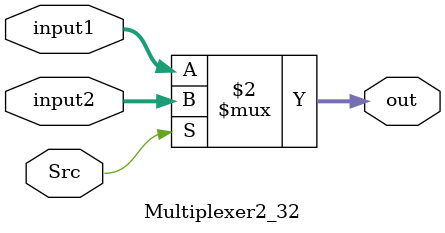
<source format=v>
`timescale 1ns / 1ps


module Multiplexer2_32(
    input Src,
    input [31:0] input1,
    input [31:0] input2,
    output [31:0] out
    );
    assign out=(Src==0)?input1:input2;
endmodule

</source>
